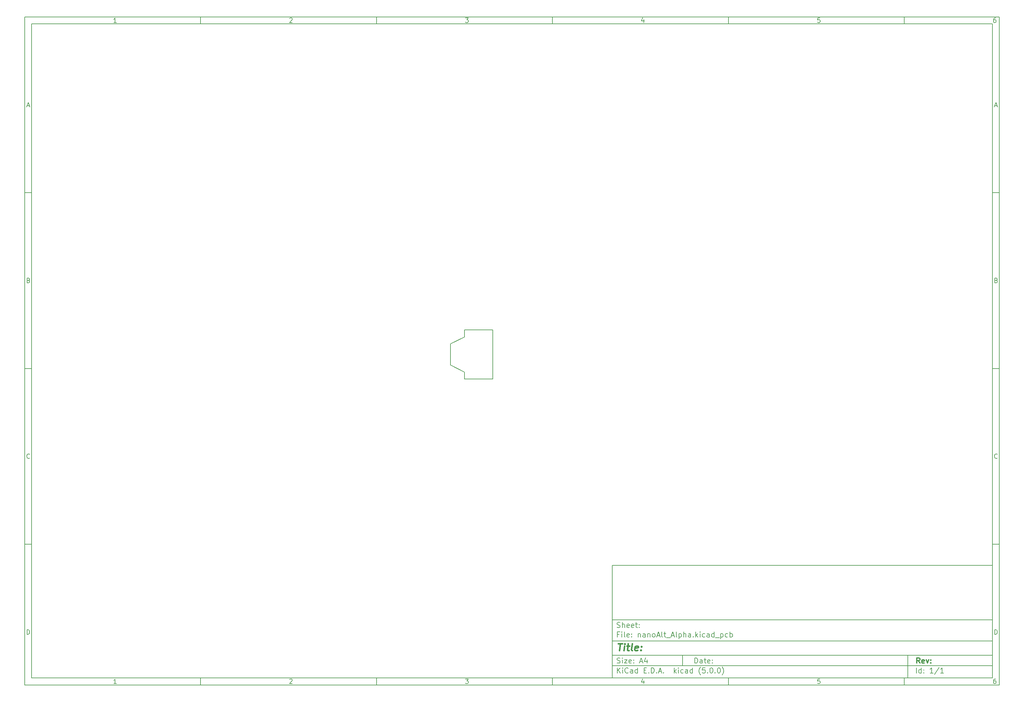
<source format=gbr>
G04 #@! TF.GenerationSoftware,KiCad,Pcbnew,(5.0.0)*
G04 #@! TF.CreationDate,2018-07-29T19:12:53+01:00*
G04 #@! TF.ProjectId,nanoAlt_Alpha,6E616E6F416C745F416C7068612E6B69,rev?*
G04 #@! TF.SameCoordinates,Original*
G04 #@! TF.FileFunction,Profile,NP*
%FSLAX46Y46*%
G04 Gerber Fmt 4.6, Leading zero omitted, Abs format (unit mm)*
G04 Created by KiCad (PCBNEW (5.0.0)) date 07/29/18 19:12:53*
%MOMM*%
%LPD*%
G01*
G04 APERTURE LIST*
%ADD10C,0.100000*%
%ADD11C,0.150000*%
%ADD12C,0.300000*%
%ADD13C,0.400000*%
G04 APERTURE END LIST*
D10*
D11*
X177002200Y-166007200D02*
X177002200Y-198007200D01*
X285002200Y-198007200D01*
X285002200Y-166007200D01*
X177002200Y-166007200D01*
D10*
D11*
X10000000Y-10000000D02*
X10000000Y-200007200D01*
X287002200Y-200007200D01*
X287002200Y-10000000D01*
X10000000Y-10000000D01*
D10*
D11*
X12000000Y-12000000D02*
X12000000Y-198007200D01*
X285002200Y-198007200D01*
X285002200Y-12000000D01*
X12000000Y-12000000D01*
D10*
D11*
X60000000Y-12000000D02*
X60000000Y-10000000D01*
D10*
D11*
X110000000Y-12000000D02*
X110000000Y-10000000D01*
D10*
D11*
X160000000Y-12000000D02*
X160000000Y-10000000D01*
D10*
D11*
X210000000Y-12000000D02*
X210000000Y-10000000D01*
D10*
D11*
X260000000Y-12000000D02*
X260000000Y-10000000D01*
D10*
D11*
X36065476Y-11588095D02*
X35322619Y-11588095D01*
X35694047Y-11588095D02*
X35694047Y-10288095D01*
X35570238Y-10473809D01*
X35446428Y-10597619D01*
X35322619Y-10659523D01*
D10*
D11*
X85322619Y-10411904D02*
X85384523Y-10350000D01*
X85508333Y-10288095D01*
X85817857Y-10288095D01*
X85941666Y-10350000D01*
X86003571Y-10411904D01*
X86065476Y-10535714D01*
X86065476Y-10659523D01*
X86003571Y-10845238D01*
X85260714Y-11588095D01*
X86065476Y-11588095D01*
D10*
D11*
X135260714Y-10288095D02*
X136065476Y-10288095D01*
X135632142Y-10783333D01*
X135817857Y-10783333D01*
X135941666Y-10845238D01*
X136003571Y-10907142D01*
X136065476Y-11030952D01*
X136065476Y-11340476D01*
X136003571Y-11464285D01*
X135941666Y-11526190D01*
X135817857Y-11588095D01*
X135446428Y-11588095D01*
X135322619Y-11526190D01*
X135260714Y-11464285D01*
D10*
D11*
X185941666Y-10721428D02*
X185941666Y-11588095D01*
X185632142Y-10226190D02*
X185322619Y-11154761D01*
X186127380Y-11154761D01*
D10*
D11*
X236003571Y-10288095D02*
X235384523Y-10288095D01*
X235322619Y-10907142D01*
X235384523Y-10845238D01*
X235508333Y-10783333D01*
X235817857Y-10783333D01*
X235941666Y-10845238D01*
X236003571Y-10907142D01*
X236065476Y-11030952D01*
X236065476Y-11340476D01*
X236003571Y-11464285D01*
X235941666Y-11526190D01*
X235817857Y-11588095D01*
X235508333Y-11588095D01*
X235384523Y-11526190D01*
X235322619Y-11464285D01*
D10*
D11*
X285941666Y-10288095D02*
X285694047Y-10288095D01*
X285570238Y-10350000D01*
X285508333Y-10411904D01*
X285384523Y-10597619D01*
X285322619Y-10845238D01*
X285322619Y-11340476D01*
X285384523Y-11464285D01*
X285446428Y-11526190D01*
X285570238Y-11588095D01*
X285817857Y-11588095D01*
X285941666Y-11526190D01*
X286003571Y-11464285D01*
X286065476Y-11340476D01*
X286065476Y-11030952D01*
X286003571Y-10907142D01*
X285941666Y-10845238D01*
X285817857Y-10783333D01*
X285570238Y-10783333D01*
X285446428Y-10845238D01*
X285384523Y-10907142D01*
X285322619Y-11030952D01*
D10*
D11*
X60000000Y-198007200D02*
X60000000Y-200007200D01*
D10*
D11*
X110000000Y-198007200D02*
X110000000Y-200007200D01*
D10*
D11*
X160000000Y-198007200D02*
X160000000Y-200007200D01*
D10*
D11*
X210000000Y-198007200D02*
X210000000Y-200007200D01*
D10*
D11*
X260000000Y-198007200D02*
X260000000Y-200007200D01*
D10*
D11*
X36065476Y-199595295D02*
X35322619Y-199595295D01*
X35694047Y-199595295D02*
X35694047Y-198295295D01*
X35570238Y-198481009D01*
X35446428Y-198604819D01*
X35322619Y-198666723D01*
D10*
D11*
X85322619Y-198419104D02*
X85384523Y-198357200D01*
X85508333Y-198295295D01*
X85817857Y-198295295D01*
X85941666Y-198357200D01*
X86003571Y-198419104D01*
X86065476Y-198542914D01*
X86065476Y-198666723D01*
X86003571Y-198852438D01*
X85260714Y-199595295D01*
X86065476Y-199595295D01*
D10*
D11*
X135260714Y-198295295D02*
X136065476Y-198295295D01*
X135632142Y-198790533D01*
X135817857Y-198790533D01*
X135941666Y-198852438D01*
X136003571Y-198914342D01*
X136065476Y-199038152D01*
X136065476Y-199347676D01*
X136003571Y-199471485D01*
X135941666Y-199533390D01*
X135817857Y-199595295D01*
X135446428Y-199595295D01*
X135322619Y-199533390D01*
X135260714Y-199471485D01*
D10*
D11*
X185941666Y-198728628D02*
X185941666Y-199595295D01*
X185632142Y-198233390D02*
X185322619Y-199161961D01*
X186127380Y-199161961D01*
D10*
D11*
X236003571Y-198295295D02*
X235384523Y-198295295D01*
X235322619Y-198914342D01*
X235384523Y-198852438D01*
X235508333Y-198790533D01*
X235817857Y-198790533D01*
X235941666Y-198852438D01*
X236003571Y-198914342D01*
X236065476Y-199038152D01*
X236065476Y-199347676D01*
X236003571Y-199471485D01*
X235941666Y-199533390D01*
X235817857Y-199595295D01*
X235508333Y-199595295D01*
X235384523Y-199533390D01*
X235322619Y-199471485D01*
D10*
D11*
X285941666Y-198295295D02*
X285694047Y-198295295D01*
X285570238Y-198357200D01*
X285508333Y-198419104D01*
X285384523Y-198604819D01*
X285322619Y-198852438D01*
X285322619Y-199347676D01*
X285384523Y-199471485D01*
X285446428Y-199533390D01*
X285570238Y-199595295D01*
X285817857Y-199595295D01*
X285941666Y-199533390D01*
X286003571Y-199471485D01*
X286065476Y-199347676D01*
X286065476Y-199038152D01*
X286003571Y-198914342D01*
X285941666Y-198852438D01*
X285817857Y-198790533D01*
X285570238Y-198790533D01*
X285446428Y-198852438D01*
X285384523Y-198914342D01*
X285322619Y-199038152D01*
D10*
D11*
X10000000Y-60000000D02*
X12000000Y-60000000D01*
D10*
D11*
X10000000Y-110000000D02*
X12000000Y-110000000D01*
D10*
D11*
X10000000Y-160000000D02*
X12000000Y-160000000D01*
D10*
D11*
X10690476Y-35216666D02*
X11309523Y-35216666D01*
X10566666Y-35588095D02*
X11000000Y-34288095D01*
X11433333Y-35588095D01*
D10*
D11*
X11092857Y-84907142D02*
X11278571Y-84969047D01*
X11340476Y-85030952D01*
X11402380Y-85154761D01*
X11402380Y-85340476D01*
X11340476Y-85464285D01*
X11278571Y-85526190D01*
X11154761Y-85588095D01*
X10659523Y-85588095D01*
X10659523Y-84288095D01*
X11092857Y-84288095D01*
X11216666Y-84350000D01*
X11278571Y-84411904D01*
X11340476Y-84535714D01*
X11340476Y-84659523D01*
X11278571Y-84783333D01*
X11216666Y-84845238D01*
X11092857Y-84907142D01*
X10659523Y-84907142D01*
D10*
D11*
X11402380Y-135464285D02*
X11340476Y-135526190D01*
X11154761Y-135588095D01*
X11030952Y-135588095D01*
X10845238Y-135526190D01*
X10721428Y-135402380D01*
X10659523Y-135278571D01*
X10597619Y-135030952D01*
X10597619Y-134845238D01*
X10659523Y-134597619D01*
X10721428Y-134473809D01*
X10845238Y-134350000D01*
X11030952Y-134288095D01*
X11154761Y-134288095D01*
X11340476Y-134350000D01*
X11402380Y-134411904D01*
D10*
D11*
X10659523Y-185588095D02*
X10659523Y-184288095D01*
X10969047Y-184288095D01*
X11154761Y-184350000D01*
X11278571Y-184473809D01*
X11340476Y-184597619D01*
X11402380Y-184845238D01*
X11402380Y-185030952D01*
X11340476Y-185278571D01*
X11278571Y-185402380D01*
X11154761Y-185526190D01*
X10969047Y-185588095D01*
X10659523Y-185588095D01*
D10*
D11*
X287002200Y-60000000D02*
X285002200Y-60000000D01*
D10*
D11*
X287002200Y-110000000D02*
X285002200Y-110000000D01*
D10*
D11*
X287002200Y-160000000D02*
X285002200Y-160000000D01*
D10*
D11*
X285692676Y-35216666D02*
X286311723Y-35216666D01*
X285568866Y-35588095D02*
X286002200Y-34288095D01*
X286435533Y-35588095D01*
D10*
D11*
X286095057Y-84907142D02*
X286280771Y-84969047D01*
X286342676Y-85030952D01*
X286404580Y-85154761D01*
X286404580Y-85340476D01*
X286342676Y-85464285D01*
X286280771Y-85526190D01*
X286156961Y-85588095D01*
X285661723Y-85588095D01*
X285661723Y-84288095D01*
X286095057Y-84288095D01*
X286218866Y-84350000D01*
X286280771Y-84411904D01*
X286342676Y-84535714D01*
X286342676Y-84659523D01*
X286280771Y-84783333D01*
X286218866Y-84845238D01*
X286095057Y-84907142D01*
X285661723Y-84907142D01*
D10*
D11*
X286404580Y-135464285D02*
X286342676Y-135526190D01*
X286156961Y-135588095D01*
X286033152Y-135588095D01*
X285847438Y-135526190D01*
X285723628Y-135402380D01*
X285661723Y-135278571D01*
X285599819Y-135030952D01*
X285599819Y-134845238D01*
X285661723Y-134597619D01*
X285723628Y-134473809D01*
X285847438Y-134350000D01*
X286033152Y-134288095D01*
X286156961Y-134288095D01*
X286342676Y-134350000D01*
X286404580Y-134411904D01*
D10*
D11*
X285661723Y-185588095D02*
X285661723Y-184288095D01*
X285971247Y-184288095D01*
X286156961Y-184350000D01*
X286280771Y-184473809D01*
X286342676Y-184597619D01*
X286404580Y-184845238D01*
X286404580Y-185030952D01*
X286342676Y-185278571D01*
X286280771Y-185402380D01*
X286156961Y-185526190D01*
X285971247Y-185588095D01*
X285661723Y-185588095D01*
D10*
D11*
X200434342Y-193785771D02*
X200434342Y-192285771D01*
X200791485Y-192285771D01*
X201005771Y-192357200D01*
X201148628Y-192500057D01*
X201220057Y-192642914D01*
X201291485Y-192928628D01*
X201291485Y-193142914D01*
X201220057Y-193428628D01*
X201148628Y-193571485D01*
X201005771Y-193714342D01*
X200791485Y-193785771D01*
X200434342Y-193785771D01*
X202577200Y-193785771D02*
X202577200Y-193000057D01*
X202505771Y-192857200D01*
X202362914Y-192785771D01*
X202077200Y-192785771D01*
X201934342Y-192857200D01*
X202577200Y-193714342D02*
X202434342Y-193785771D01*
X202077200Y-193785771D01*
X201934342Y-193714342D01*
X201862914Y-193571485D01*
X201862914Y-193428628D01*
X201934342Y-193285771D01*
X202077200Y-193214342D01*
X202434342Y-193214342D01*
X202577200Y-193142914D01*
X203077200Y-192785771D02*
X203648628Y-192785771D01*
X203291485Y-192285771D02*
X203291485Y-193571485D01*
X203362914Y-193714342D01*
X203505771Y-193785771D01*
X203648628Y-193785771D01*
X204720057Y-193714342D02*
X204577200Y-193785771D01*
X204291485Y-193785771D01*
X204148628Y-193714342D01*
X204077200Y-193571485D01*
X204077200Y-193000057D01*
X204148628Y-192857200D01*
X204291485Y-192785771D01*
X204577200Y-192785771D01*
X204720057Y-192857200D01*
X204791485Y-193000057D01*
X204791485Y-193142914D01*
X204077200Y-193285771D01*
X205434342Y-193642914D02*
X205505771Y-193714342D01*
X205434342Y-193785771D01*
X205362914Y-193714342D01*
X205434342Y-193642914D01*
X205434342Y-193785771D01*
X205434342Y-192857200D02*
X205505771Y-192928628D01*
X205434342Y-193000057D01*
X205362914Y-192928628D01*
X205434342Y-192857200D01*
X205434342Y-193000057D01*
D10*
D11*
X177002200Y-194507200D02*
X285002200Y-194507200D01*
D10*
D11*
X178434342Y-196585771D02*
X178434342Y-195085771D01*
X179291485Y-196585771D02*
X178648628Y-195728628D01*
X179291485Y-195085771D02*
X178434342Y-195942914D01*
X179934342Y-196585771D02*
X179934342Y-195585771D01*
X179934342Y-195085771D02*
X179862914Y-195157200D01*
X179934342Y-195228628D01*
X180005771Y-195157200D01*
X179934342Y-195085771D01*
X179934342Y-195228628D01*
X181505771Y-196442914D02*
X181434342Y-196514342D01*
X181220057Y-196585771D01*
X181077200Y-196585771D01*
X180862914Y-196514342D01*
X180720057Y-196371485D01*
X180648628Y-196228628D01*
X180577200Y-195942914D01*
X180577200Y-195728628D01*
X180648628Y-195442914D01*
X180720057Y-195300057D01*
X180862914Y-195157200D01*
X181077200Y-195085771D01*
X181220057Y-195085771D01*
X181434342Y-195157200D01*
X181505771Y-195228628D01*
X182791485Y-196585771D02*
X182791485Y-195800057D01*
X182720057Y-195657200D01*
X182577200Y-195585771D01*
X182291485Y-195585771D01*
X182148628Y-195657200D01*
X182791485Y-196514342D02*
X182648628Y-196585771D01*
X182291485Y-196585771D01*
X182148628Y-196514342D01*
X182077200Y-196371485D01*
X182077200Y-196228628D01*
X182148628Y-196085771D01*
X182291485Y-196014342D01*
X182648628Y-196014342D01*
X182791485Y-195942914D01*
X184148628Y-196585771D02*
X184148628Y-195085771D01*
X184148628Y-196514342D02*
X184005771Y-196585771D01*
X183720057Y-196585771D01*
X183577200Y-196514342D01*
X183505771Y-196442914D01*
X183434342Y-196300057D01*
X183434342Y-195871485D01*
X183505771Y-195728628D01*
X183577200Y-195657200D01*
X183720057Y-195585771D01*
X184005771Y-195585771D01*
X184148628Y-195657200D01*
X186005771Y-195800057D02*
X186505771Y-195800057D01*
X186720057Y-196585771D02*
X186005771Y-196585771D01*
X186005771Y-195085771D01*
X186720057Y-195085771D01*
X187362914Y-196442914D02*
X187434342Y-196514342D01*
X187362914Y-196585771D01*
X187291485Y-196514342D01*
X187362914Y-196442914D01*
X187362914Y-196585771D01*
X188077200Y-196585771D02*
X188077200Y-195085771D01*
X188434342Y-195085771D01*
X188648628Y-195157200D01*
X188791485Y-195300057D01*
X188862914Y-195442914D01*
X188934342Y-195728628D01*
X188934342Y-195942914D01*
X188862914Y-196228628D01*
X188791485Y-196371485D01*
X188648628Y-196514342D01*
X188434342Y-196585771D01*
X188077200Y-196585771D01*
X189577200Y-196442914D02*
X189648628Y-196514342D01*
X189577200Y-196585771D01*
X189505771Y-196514342D01*
X189577200Y-196442914D01*
X189577200Y-196585771D01*
X190220057Y-196157200D02*
X190934342Y-196157200D01*
X190077200Y-196585771D02*
X190577200Y-195085771D01*
X191077200Y-196585771D01*
X191577200Y-196442914D02*
X191648628Y-196514342D01*
X191577200Y-196585771D01*
X191505771Y-196514342D01*
X191577200Y-196442914D01*
X191577200Y-196585771D01*
X194577200Y-196585771D02*
X194577200Y-195085771D01*
X194720057Y-196014342D02*
X195148628Y-196585771D01*
X195148628Y-195585771D02*
X194577200Y-196157200D01*
X195791485Y-196585771D02*
X195791485Y-195585771D01*
X195791485Y-195085771D02*
X195720057Y-195157200D01*
X195791485Y-195228628D01*
X195862914Y-195157200D01*
X195791485Y-195085771D01*
X195791485Y-195228628D01*
X197148628Y-196514342D02*
X197005771Y-196585771D01*
X196720057Y-196585771D01*
X196577200Y-196514342D01*
X196505771Y-196442914D01*
X196434342Y-196300057D01*
X196434342Y-195871485D01*
X196505771Y-195728628D01*
X196577200Y-195657200D01*
X196720057Y-195585771D01*
X197005771Y-195585771D01*
X197148628Y-195657200D01*
X198434342Y-196585771D02*
X198434342Y-195800057D01*
X198362914Y-195657200D01*
X198220057Y-195585771D01*
X197934342Y-195585771D01*
X197791485Y-195657200D01*
X198434342Y-196514342D02*
X198291485Y-196585771D01*
X197934342Y-196585771D01*
X197791485Y-196514342D01*
X197720057Y-196371485D01*
X197720057Y-196228628D01*
X197791485Y-196085771D01*
X197934342Y-196014342D01*
X198291485Y-196014342D01*
X198434342Y-195942914D01*
X199791485Y-196585771D02*
X199791485Y-195085771D01*
X199791485Y-196514342D02*
X199648628Y-196585771D01*
X199362914Y-196585771D01*
X199220057Y-196514342D01*
X199148628Y-196442914D01*
X199077200Y-196300057D01*
X199077200Y-195871485D01*
X199148628Y-195728628D01*
X199220057Y-195657200D01*
X199362914Y-195585771D01*
X199648628Y-195585771D01*
X199791485Y-195657200D01*
X202077200Y-197157200D02*
X202005771Y-197085771D01*
X201862914Y-196871485D01*
X201791485Y-196728628D01*
X201720057Y-196514342D01*
X201648628Y-196157200D01*
X201648628Y-195871485D01*
X201720057Y-195514342D01*
X201791485Y-195300057D01*
X201862914Y-195157200D01*
X202005771Y-194942914D01*
X202077200Y-194871485D01*
X203362914Y-195085771D02*
X202648628Y-195085771D01*
X202577200Y-195800057D01*
X202648628Y-195728628D01*
X202791485Y-195657200D01*
X203148628Y-195657200D01*
X203291485Y-195728628D01*
X203362914Y-195800057D01*
X203434342Y-195942914D01*
X203434342Y-196300057D01*
X203362914Y-196442914D01*
X203291485Y-196514342D01*
X203148628Y-196585771D01*
X202791485Y-196585771D01*
X202648628Y-196514342D01*
X202577200Y-196442914D01*
X204077200Y-196442914D02*
X204148628Y-196514342D01*
X204077200Y-196585771D01*
X204005771Y-196514342D01*
X204077200Y-196442914D01*
X204077200Y-196585771D01*
X205077200Y-195085771D02*
X205220057Y-195085771D01*
X205362914Y-195157200D01*
X205434342Y-195228628D01*
X205505771Y-195371485D01*
X205577200Y-195657200D01*
X205577200Y-196014342D01*
X205505771Y-196300057D01*
X205434342Y-196442914D01*
X205362914Y-196514342D01*
X205220057Y-196585771D01*
X205077200Y-196585771D01*
X204934342Y-196514342D01*
X204862914Y-196442914D01*
X204791485Y-196300057D01*
X204720057Y-196014342D01*
X204720057Y-195657200D01*
X204791485Y-195371485D01*
X204862914Y-195228628D01*
X204934342Y-195157200D01*
X205077200Y-195085771D01*
X206220057Y-196442914D02*
X206291485Y-196514342D01*
X206220057Y-196585771D01*
X206148628Y-196514342D01*
X206220057Y-196442914D01*
X206220057Y-196585771D01*
X207220057Y-195085771D02*
X207362914Y-195085771D01*
X207505771Y-195157200D01*
X207577200Y-195228628D01*
X207648628Y-195371485D01*
X207720057Y-195657200D01*
X207720057Y-196014342D01*
X207648628Y-196300057D01*
X207577200Y-196442914D01*
X207505771Y-196514342D01*
X207362914Y-196585771D01*
X207220057Y-196585771D01*
X207077200Y-196514342D01*
X207005771Y-196442914D01*
X206934342Y-196300057D01*
X206862914Y-196014342D01*
X206862914Y-195657200D01*
X206934342Y-195371485D01*
X207005771Y-195228628D01*
X207077200Y-195157200D01*
X207220057Y-195085771D01*
X208220057Y-197157200D02*
X208291485Y-197085771D01*
X208434342Y-196871485D01*
X208505771Y-196728628D01*
X208577200Y-196514342D01*
X208648628Y-196157200D01*
X208648628Y-195871485D01*
X208577200Y-195514342D01*
X208505771Y-195300057D01*
X208434342Y-195157200D01*
X208291485Y-194942914D01*
X208220057Y-194871485D01*
D10*
D11*
X177002200Y-191507200D02*
X285002200Y-191507200D01*
D10*
D12*
X264411485Y-193785771D02*
X263911485Y-193071485D01*
X263554342Y-193785771D02*
X263554342Y-192285771D01*
X264125771Y-192285771D01*
X264268628Y-192357200D01*
X264340057Y-192428628D01*
X264411485Y-192571485D01*
X264411485Y-192785771D01*
X264340057Y-192928628D01*
X264268628Y-193000057D01*
X264125771Y-193071485D01*
X263554342Y-193071485D01*
X265625771Y-193714342D02*
X265482914Y-193785771D01*
X265197200Y-193785771D01*
X265054342Y-193714342D01*
X264982914Y-193571485D01*
X264982914Y-193000057D01*
X265054342Y-192857200D01*
X265197200Y-192785771D01*
X265482914Y-192785771D01*
X265625771Y-192857200D01*
X265697200Y-193000057D01*
X265697200Y-193142914D01*
X264982914Y-193285771D01*
X266197200Y-192785771D02*
X266554342Y-193785771D01*
X266911485Y-192785771D01*
X267482914Y-193642914D02*
X267554342Y-193714342D01*
X267482914Y-193785771D01*
X267411485Y-193714342D01*
X267482914Y-193642914D01*
X267482914Y-193785771D01*
X267482914Y-192857200D02*
X267554342Y-192928628D01*
X267482914Y-193000057D01*
X267411485Y-192928628D01*
X267482914Y-192857200D01*
X267482914Y-193000057D01*
D10*
D11*
X178362914Y-193714342D02*
X178577200Y-193785771D01*
X178934342Y-193785771D01*
X179077200Y-193714342D01*
X179148628Y-193642914D01*
X179220057Y-193500057D01*
X179220057Y-193357200D01*
X179148628Y-193214342D01*
X179077200Y-193142914D01*
X178934342Y-193071485D01*
X178648628Y-193000057D01*
X178505771Y-192928628D01*
X178434342Y-192857200D01*
X178362914Y-192714342D01*
X178362914Y-192571485D01*
X178434342Y-192428628D01*
X178505771Y-192357200D01*
X178648628Y-192285771D01*
X179005771Y-192285771D01*
X179220057Y-192357200D01*
X179862914Y-193785771D02*
X179862914Y-192785771D01*
X179862914Y-192285771D02*
X179791485Y-192357200D01*
X179862914Y-192428628D01*
X179934342Y-192357200D01*
X179862914Y-192285771D01*
X179862914Y-192428628D01*
X180434342Y-192785771D02*
X181220057Y-192785771D01*
X180434342Y-193785771D01*
X181220057Y-193785771D01*
X182362914Y-193714342D02*
X182220057Y-193785771D01*
X181934342Y-193785771D01*
X181791485Y-193714342D01*
X181720057Y-193571485D01*
X181720057Y-193000057D01*
X181791485Y-192857200D01*
X181934342Y-192785771D01*
X182220057Y-192785771D01*
X182362914Y-192857200D01*
X182434342Y-193000057D01*
X182434342Y-193142914D01*
X181720057Y-193285771D01*
X183077200Y-193642914D02*
X183148628Y-193714342D01*
X183077200Y-193785771D01*
X183005771Y-193714342D01*
X183077200Y-193642914D01*
X183077200Y-193785771D01*
X183077200Y-192857200D02*
X183148628Y-192928628D01*
X183077200Y-193000057D01*
X183005771Y-192928628D01*
X183077200Y-192857200D01*
X183077200Y-193000057D01*
X184862914Y-193357200D02*
X185577200Y-193357200D01*
X184720057Y-193785771D02*
X185220057Y-192285771D01*
X185720057Y-193785771D01*
X186862914Y-192785771D02*
X186862914Y-193785771D01*
X186505771Y-192214342D02*
X186148628Y-193285771D01*
X187077200Y-193285771D01*
D10*
D11*
X263434342Y-196585771D02*
X263434342Y-195085771D01*
X264791485Y-196585771D02*
X264791485Y-195085771D01*
X264791485Y-196514342D02*
X264648628Y-196585771D01*
X264362914Y-196585771D01*
X264220057Y-196514342D01*
X264148628Y-196442914D01*
X264077200Y-196300057D01*
X264077200Y-195871485D01*
X264148628Y-195728628D01*
X264220057Y-195657200D01*
X264362914Y-195585771D01*
X264648628Y-195585771D01*
X264791485Y-195657200D01*
X265505771Y-196442914D02*
X265577200Y-196514342D01*
X265505771Y-196585771D01*
X265434342Y-196514342D01*
X265505771Y-196442914D01*
X265505771Y-196585771D01*
X265505771Y-195657200D02*
X265577200Y-195728628D01*
X265505771Y-195800057D01*
X265434342Y-195728628D01*
X265505771Y-195657200D01*
X265505771Y-195800057D01*
X268148628Y-196585771D02*
X267291485Y-196585771D01*
X267720057Y-196585771D02*
X267720057Y-195085771D01*
X267577200Y-195300057D01*
X267434342Y-195442914D01*
X267291485Y-195514342D01*
X269862914Y-195014342D02*
X268577200Y-196942914D01*
X271148628Y-196585771D02*
X270291485Y-196585771D01*
X270720057Y-196585771D02*
X270720057Y-195085771D01*
X270577200Y-195300057D01*
X270434342Y-195442914D01*
X270291485Y-195514342D01*
D10*
D11*
X177002200Y-187507200D02*
X285002200Y-187507200D01*
D10*
D13*
X178714580Y-188211961D02*
X179857438Y-188211961D01*
X179036009Y-190211961D02*
X179286009Y-188211961D01*
X180274104Y-190211961D02*
X180440771Y-188878628D01*
X180524104Y-188211961D02*
X180416961Y-188307200D01*
X180500295Y-188402438D01*
X180607438Y-188307200D01*
X180524104Y-188211961D01*
X180500295Y-188402438D01*
X181107438Y-188878628D02*
X181869342Y-188878628D01*
X181476485Y-188211961D02*
X181262200Y-189926247D01*
X181333628Y-190116723D01*
X181512200Y-190211961D01*
X181702676Y-190211961D01*
X182655057Y-190211961D02*
X182476485Y-190116723D01*
X182405057Y-189926247D01*
X182619342Y-188211961D01*
X184190771Y-190116723D02*
X183988390Y-190211961D01*
X183607438Y-190211961D01*
X183428866Y-190116723D01*
X183357438Y-189926247D01*
X183452676Y-189164342D01*
X183571723Y-188973866D01*
X183774104Y-188878628D01*
X184155057Y-188878628D01*
X184333628Y-188973866D01*
X184405057Y-189164342D01*
X184381247Y-189354819D01*
X183405057Y-189545295D01*
X185155057Y-190021485D02*
X185238390Y-190116723D01*
X185131247Y-190211961D01*
X185047914Y-190116723D01*
X185155057Y-190021485D01*
X185131247Y-190211961D01*
X185286009Y-188973866D02*
X185369342Y-189069104D01*
X185262200Y-189164342D01*
X185178866Y-189069104D01*
X185286009Y-188973866D01*
X185262200Y-189164342D01*
D10*
D11*
X178934342Y-185600057D02*
X178434342Y-185600057D01*
X178434342Y-186385771D02*
X178434342Y-184885771D01*
X179148628Y-184885771D01*
X179720057Y-186385771D02*
X179720057Y-185385771D01*
X179720057Y-184885771D02*
X179648628Y-184957200D01*
X179720057Y-185028628D01*
X179791485Y-184957200D01*
X179720057Y-184885771D01*
X179720057Y-185028628D01*
X180648628Y-186385771D02*
X180505771Y-186314342D01*
X180434342Y-186171485D01*
X180434342Y-184885771D01*
X181791485Y-186314342D02*
X181648628Y-186385771D01*
X181362914Y-186385771D01*
X181220057Y-186314342D01*
X181148628Y-186171485D01*
X181148628Y-185600057D01*
X181220057Y-185457200D01*
X181362914Y-185385771D01*
X181648628Y-185385771D01*
X181791485Y-185457200D01*
X181862914Y-185600057D01*
X181862914Y-185742914D01*
X181148628Y-185885771D01*
X182505771Y-186242914D02*
X182577200Y-186314342D01*
X182505771Y-186385771D01*
X182434342Y-186314342D01*
X182505771Y-186242914D01*
X182505771Y-186385771D01*
X182505771Y-185457200D02*
X182577200Y-185528628D01*
X182505771Y-185600057D01*
X182434342Y-185528628D01*
X182505771Y-185457200D01*
X182505771Y-185600057D01*
X184362914Y-185385771D02*
X184362914Y-186385771D01*
X184362914Y-185528628D02*
X184434342Y-185457200D01*
X184577200Y-185385771D01*
X184791485Y-185385771D01*
X184934342Y-185457200D01*
X185005771Y-185600057D01*
X185005771Y-186385771D01*
X186362914Y-186385771D02*
X186362914Y-185600057D01*
X186291485Y-185457200D01*
X186148628Y-185385771D01*
X185862914Y-185385771D01*
X185720057Y-185457200D01*
X186362914Y-186314342D02*
X186220057Y-186385771D01*
X185862914Y-186385771D01*
X185720057Y-186314342D01*
X185648628Y-186171485D01*
X185648628Y-186028628D01*
X185720057Y-185885771D01*
X185862914Y-185814342D01*
X186220057Y-185814342D01*
X186362914Y-185742914D01*
X187077200Y-185385771D02*
X187077200Y-186385771D01*
X187077200Y-185528628D02*
X187148628Y-185457200D01*
X187291485Y-185385771D01*
X187505771Y-185385771D01*
X187648628Y-185457200D01*
X187720057Y-185600057D01*
X187720057Y-186385771D01*
X188648628Y-186385771D02*
X188505771Y-186314342D01*
X188434342Y-186242914D01*
X188362914Y-186100057D01*
X188362914Y-185671485D01*
X188434342Y-185528628D01*
X188505771Y-185457200D01*
X188648628Y-185385771D01*
X188862914Y-185385771D01*
X189005771Y-185457200D01*
X189077200Y-185528628D01*
X189148628Y-185671485D01*
X189148628Y-186100057D01*
X189077200Y-186242914D01*
X189005771Y-186314342D01*
X188862914Y-186385771D01*
X188648628Y-186385771D01*
X189720057Y-185957200D02*
X190434342Y-185957200D01*
X189577200Y-186385771D02*
X190077200Y-184885771D01*
X190577200Y-186385771D01*
X191291485Y-186385771D02*
X191148628Y-186314342D01*
X191077200Y-186171485D01*
X191077200Y-184885771D01*
X191648628Y-185385771D02*
X192220057Y-185385771D01*
X191862914Y-184885771D02*
X191862914Y-186171485D01*
X191934342Y-186314342D01*
X192077200Y-186385771D01*
X192220057Y-186385771D01*
X192362914Y-186528628D02*
X193505771Y-186528628D01*
X193791485Y-185957200D02*
X194505771Y-185957200D01*
X193648628Y-186385771D02*
X194148628Y-184885771D01*
X194648628Y-186385771D01*
X195362914Y-186385771D02*
X195220057Y-186314342D01*
X195148628Y-186171485D01*
X195148628Y-184885771D01*
X195934342Y-185385771D02*
X195934342Y-186885771D01*
X195934342Y-185457200D02*
X196077200Y-185385771D01*
X196362914Y-185385771D01*
X196505771Y-185457200D01*
X196577200Y-185528628D01*
X196648628Y-185671485D01*
X196648628Y-186100057D01*
X196577200Y-186242914D01*
X196505771Y-186314342D01*
X196362914Y-186385771D01*
X196077200Y-186385771D01*
X195934342Y-186314342D01*
X197291485Y-186385771D02*
X197291485Y-184885771D01*
X197934342Y-186385771D02*
X197934342Y-185600057D01*
X197862914Y-185457200D01*
X197720057Y-185385771D01*
X197505771Y-185385771D01*
X197362914Y-185457200D01*
X197291485Y-185528628D01*
X199291485Y-186385771D02*
X199291485Y-185600057D01*
X199220057Y-185457200D01*
X199077200Y-185385771D01*
X198791485Y-185385771D01*
X198648628Y-185457200D01*
X199291485Y-186314342D02*
X199148628Y-186385771D01*
X198791485Y-186385771D01*
X198648628Y-186314342D01*
X198577200Y-186171485D01*
X198577200Y-186028628D01*
X198648628Y-185885771D01*
X198791485Y-185814342D01*
X199148628Y-185814342D01*
X199291485Y-185742914D01*
X200005771Y-186242914D02*
X200077200Y-186314342D01*
X200005771Y-186385771D01*
X199934342Y-186314342D01*
X200005771Y-186242914D01*
X200005771Y-186385771D01*
X200720057Y-186385771D02*
X200720057Y-184885771D01*
X200862914Y-185814342D02*
X201291485Y-186385771D01*
X201291485Y-185385771D02*
X200720057Y-185957200D01*
X201934342Y-186385771D02*
X201934342Y-185385771D01*
X201934342Y-184885771D02*
X201862914Y-184957200D01*
X201934342Y-185028628D01*
X202005771Y-184957200D01*
X201934342Y-184885771D01*
X201934342Y-185028628D01*
X203291485Y-186314342D02*
X203148628Y-186385771D01*
X202862914Y-186385771D01*
X202720057Y-186314342D01*
X202648628Y-186242914D01*
X202577200Y-186100057D01*
X202577200Y-185671485D01*
X202648628Y-185528628D01*
X202720057Y-185457200D01*
X202862914Y-185385771D01*
X203148628Y-185385771D01*
X203291485Y-185457200D01*
X204577200Y-186385771D02*
X204577200Y-185600057D01*
X204505771Y-185457200D01*
X204362914Y-185385771D01*
X204077200Y-185385771D01*
X203934342Y-185457200D01*
X204577200Y-186314342D02*
X204434342Y-186385771D01*
X204077200Y-186385771D01*
X203934342Y-186314342D01*
X203862914Y-186171485D01*
X203862914Y-186028628D01*
X203934342Y-185885771D01*
X204077200Y-185814342D01*
X204434342Y-185814342D01*
X204577200Y-185742914D01*
X205934342Y-186385771D02*
X205934342Y-184885771D01*
X205934342Y-186314342D02*
X205791485Y-186385771D01*
X205505771Y-186385771D01*
X205362914Y-186314342D01*
X205291485Y-186242914D01*
X205220057Y-186100057D01*
X205220057Y-185671485D01*
X205291485Y-185528628D01*
X205362914Y-185457200D01*
X205505771Y-185385771D01*
X205791485Y-185385771D01*
X205934342Y-185457200D01*
X206291485Y-186528628D02*
X207434342Y-186528628D01*
X207791485Y-185385771D02*
X207791485Y-186885771D01*
X207791485Y-185457200D02*
X207934342Y-185385771D01*
X208220057Y-185385771D01*
X208362914Y-185457200D01*
X208434342Y-185528628D01*
X208505771Y-185671485D01*
X208505771Y-186100057D01*
X208434342Y-186242914D01*
X208362914Y-186314342D01*
X208220057Y-186385771D01*
X207934342Y-186385771D01*
X207791485Y-186314342D01*
X209791485Y-186314342D02*
X209648628Y-186385771D01*
X209362914Y-186385771D01*
X209220057Y-186314342D01*
X209148628Y-186242914D01*
X209077200Y-186100057D01*
X209077200Y-185671485D01*
X209148628Y-185528628D01*
X209220057Y-185457200D01*
X209362914Y-185385771D01*
X209648628Y-185385771D01*
X209791485Y-185457200D01*
X210434342Y-186385771D02*
X210434342Y-184885771D01*
X210434342Y-185457200D02*
X210577200Y-185385771D01*
X210862914Y-185385771D01*
X211005771Y-185457200D01*
X211077200Y-185528628D01*
X211148628Y-185671485D01*
X211148628Y-186100057D01*
X211077200Y-186242914D01*
X211005771Y-186314342D01*
X210862914Y-186385771D01*
X210577200Y-186385771D01*
X210434342Y-186314342D01*
D10*
D11*
X177002200Y-181507200D02*
X285002200Y-181507200D01*
D10*
D11*
X178362914Y-183614342D02*
X178577200Y-183685771D01*
X178934342Y-183685771D01*
X179077200Y-183614342D01*
X179148628Y-183542914D01*
X179220057Y-183400057D01*
X179220057Y-183257200D01*
X179148628Y-183114342D01*
X179077200Y-183042914D01*
X178934342Y-182971485D01*
X178648628Y-182900057D01*
X178505771Y-182828628D01*
X178434342Y-182757200D01*
X178362914Y-182614342D01*
X178362914Y-182471485D01*
X178434342Y-182328628D01*
X178505771Y-182257200D01*
X178648628Y-182185771D01*
X179005771Y-182185771D01*
X179220057Y-182257200D01*
X179862914Y-183685771D02*
X179862914Y-182185771D01*
X180505771Y-183685771D02*
X180505771Y-182900057D01*
X180434342Y-182757200D01*
X180291485Y-182685771D01*
X180077200Y-182685771D01*
X179934342Y-182757200D01*
X179862914Y-182828628D01*
X181791485Y-183614342D02*
X181648628Y-183685771D01*
X181362914Y-183685771D01*
X181220057Y-183614342D01*
X181148628Y-183471485D01*
X181148628Y-182900057D01*
X181220057Y-182757200D01*
X181362914Y-182685771D01*
X181648628Y-182685771D01*
X181791485Y-182757200D01*
X181862914Y-182900057D01*
X181862914Y-183042914D01*
X181148628Y-183185771D01*
X183077200Y-183614342D02*
X182934342Y-183685771D01*
X182648628Y-183685771D01*
X182505771Y-183614342D01*
X182434342Y-183471485D01*
X182434342Y-182900057D01*
X182505771Y-182757200D01*
X182648628Y-182685771D01*
X182934342Y-182685771D01*
X183077200Y-182757200D01*
X183148628Y-182900057D01*
X183148628Y-183042914D01*
X182434342Y-183185771D01*
X183577200Y-182685771D02*
X184148628Y-182685771D01*
X183791485Y-182185771D02*
X183791485Y-183471485D01*
X183862914Y-183614342D01*
X184005771Y-183685771D01*
X184148628Y-183685771D01*
X184648628Y-183542914D02*
X184720057Y-183614342D01*
X184648628Y-183685771D01*
X184577200Y-183614342D01*
X184648628Y-183542914D01*
X184648628Y-183685771D01*
X184648628Y-182757200D02*
X184720057Y-182828628D01*
X184648628Y-182900057D01*
X184577200Y-182828628D01*
X184648628Y-182757200D01*
X184648628Y-182900057D01*
D10*
D11*
X197002200Y-191507200D02*
X197002200Y-194507200D01*
D10*
D11*
X261002200Y-191507200D02*
X261002200Y-198007200D01*
X135000000Y-99000000D02*
X143000000Y-99000000D01*
X143000000Y-113000000D02*
X143000000Y-99000000D01*
X135000000Y-113000000D02*
X143000000Y-113000000D01*
X135000000Y-111000000D02*
X135000000Y-113000000D01*
X135000000Y-101000000D02*
X135000000Y-99000000D01*
X131000000Y-109000000D02*
X135000000Y-111000000D01*
X131000000Y-103000000D02*
X131000000Y-109000000D01*
X135000000Y-101000000D02*
X131000000Y-103000000D01*
M02*

</source>
